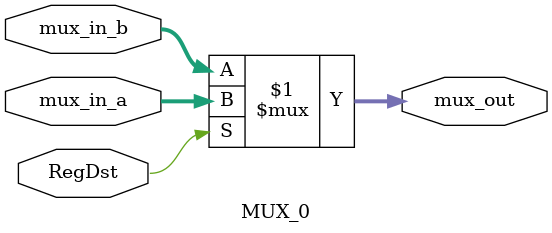
<source format=v>
`timescale 1ns / 1ps


module MUX_0(RegDst, mux_in_a, mux_in_b, mux_out);
    input RegDst;
    input [4:0] mux_in_a, mux_in_b;
    output [4:0] mux_out;
    
    assign mux_out = (RegDst)? mux_in_a : mux_in_b;
    
endmodule

</source>
